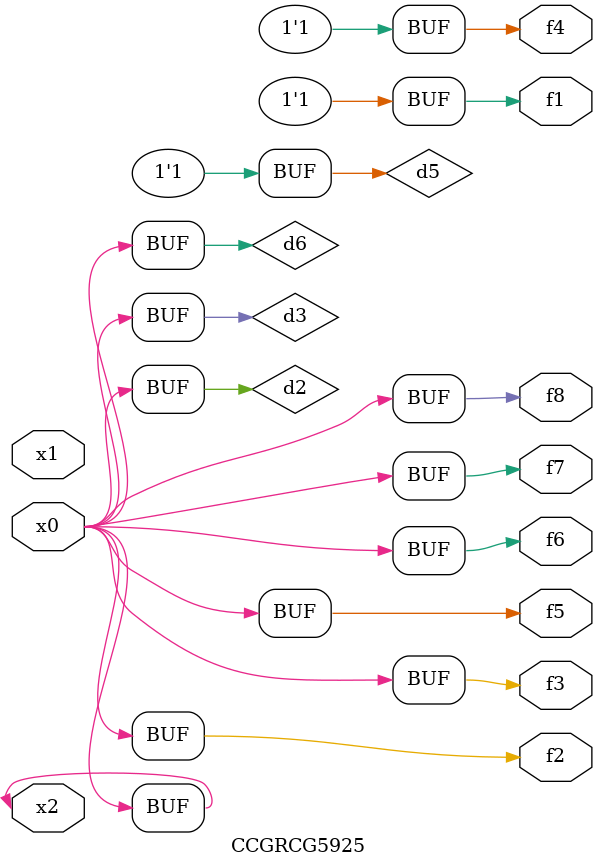
<source format=v>
module CCGRCG5925(
	input x0, x1, x2,
	output f1, f2, f3, f4, f5, f6, f7, f8
);

	wire d1, d2, d3, d4, d5, d6;

	xnor (d1, x2);
	buf (d2, x0, x2);
	and (d3, x0);
	xnor (d4, x1, x2);
	nand (d5, d1, d3);
	buf (d6, d2, d3);
	assign f1 = d5;
	assign f2 = d6;
	assign f3 = d6;
	assign f4 = d5;
	assign f5 = d6;
	assign f6 = d6;
	assign f7 = d6;
	assign f8 = d6;
endmodule

</source>
